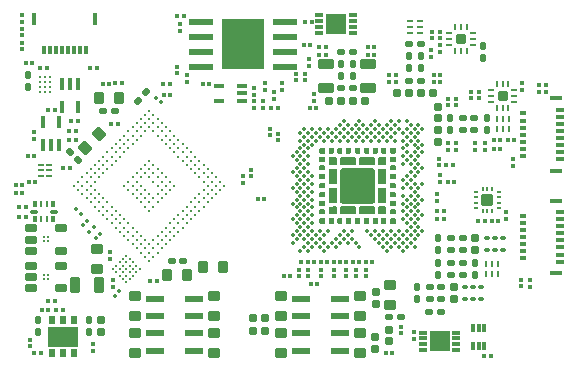
<source format=gbp>
G04*
G04 #@! TF.GenerationSoftware,Altium Limited,Altium Designer,19.1.6 (110)*
G04*
G04 Layer_Color=128*
%FSLAX44Y44*%
%MOMM*%
G71*
G01*
G75*
%ADD24R,0.3500X0.3000*%
%ADD34C,0.2000*%
G04:AMPARAMS|DCode=40|XSize=0.5mm|YSize=0.6mm|CornerRadius=0.05mm|HoleSize=0mm|Usage=FLASHONLY|Rotation=90.000|XOffset=0mm|YOffset=0mm|HoleType=Round|Shape=RoundedRectangle|*
%AMROUNDEDRECTD40*
21,1,0.5000,0.5000,0,0,90.0*
21,1,0.4000,0.6000,0,0,90.0*
1,1,0.1000,0.2500,0.2000*
1,1,0.1000,0.2500,-0.2000*
1,1,0.1000,-0.2500,-0.2000*
1,1,0.1000,-0.2500,0.2000*
%
%ADD40ROUNDEDRECTD40*%
G04:AMPARAMS|DCode=47|XSize=0.6mm|YSize=0.6mm|CornerRadius=0.06mm|HoleSize=0mm|Usage=FLASHONLY|Rotation=0.000|XOffset=0mm|YOffset=0mm|HoleType=Round|Shape=RoundedRectangle|*
%AMROUNDEDRECTD47*
21,1,0.6000,0.4800,0,0,0.0*
21,1,0.4800,0.6000,0,0,0.0*
1,1,0.1200,0.2400,-0.2400*
1,1,0.1200,-0.2400,-0.2400*
1,1,0.1200,-0.2400,0.2400*
1,1,0.1200,0.2400,0.2400*
%
%ADD47ROUNDEDRECTD47*%
%ADD48R,0.3000X0.3500*%
G04:AMPARAMS|DCode=49|XSize=1.3mm|YSize=0.8mm|CornerRadius=0.1mm|HoleSize=0mm|Usage=FLASHONLY|Rotation=90.000|XOffset=0mm|YOffset=0mm|HoleType=Round|Shape=RoundedRectangle|*
%AMROUNDEDRECTD49*
21,1,1.3000,0.6000,0,0,90.0*
21,1,1.1000,0.8000,0,0,90.0*
1,1,0.2000,0.3000,0.5500*
1,1,0.2000,0.3000,-0.5500*
1,1,0.2000,-0.3000,-0.5500*
1,1,0.2000,-0.3000,0.5500*
%
%ADD49ROUNDEDRECTD49*%
G04:AMPARAMS|DCode=50|XSize=0.3mm|YSize=0.35mm|CornerRadius=0mm|HoleSize=0mm|Usage=FLASHONLY|Rotation=45.000|XOffset=0mm|YOffset=0mm|HoleType=Round|Shape=Rectangle|*
%AMROTATEDRECTD50*
4,1,4,0.0177,-0.2298,-0.2298,0.0177,-0.0177,0.2298,0.2298,-0.0177,0.0177,-0.2298,0.0*
%
%ADD50ROTATEDRECTD50*%

G04:AMPARAMS|DCode=51|XSize=0.6mm|YSize=0.6mm|CornerRadius=0.06mm|HoleSize=0mm|Usage=FLASHONLY|Rotation=270.000|XOffset=0mm|YOffset=0mm|HoleType=Round|Shape=RoundedRectangle|*
%AMROUNDEDRECTD51*
21,1,0.6000,0.4800,0,0,270.0*
21,1,0.4800,0.6000,0,0,270.0*
1,1,0.1200,-0.2400,-0.2400*
1,1,0.1200,-0.2400,0.2400*
1,1,0.1200,0.2400,0.2400*
1,1,0.1200,0.2400,-0.2400*
%
%ADD51ROUNDEDRECTD51*%
G04:AMPARAMS|DCode=52|XSize=1mm|YSize=0.9mm|CornerRadius=0.1125mm|HoleSize=0mm|Usage=FLASHONLY|Rotation=270.000|XOffset=0mm|YOffset=0mm|HoleType=Round|Shape=RoundedRectangle|*
%AMROUNDEDRECTD52*
21,1,1.0000,0.6750,0,0,270.0*
21,1,0.7750,0.9000,0,0,270.0*
1,1,0.2250,-0.3375,-0.3875*
1,1,0.2250,-0.3375,0.3875*
1,1,0.2250,0.3375,0.3875*
1,1,0.2250,0.3375,-0.3875*
%
%ADD52ROUNDEDRECTD52*%
G04:AMPARAMS|DCode=53|XSize=1mm|YSize=0.9mm|CornerRadius=0.1125mm|HoleSize=0mm|Usage=FLASHONLY|Rotation=180.000|XOffset=0mm|YOffset=0mm|HoleType=Round|Shape=RoundedRectangle|*
%AMROUNDEDRECTD53*
21,1,1.0000,0.6750,0,0,180.0*
21,1,0.7750,0.9000,0,0,180.0*
1,1,0.2250,-0.3875,0.3375*
1,1,0.2250,0.3875,0.3375*
1,1,0.2250,0.3875,-0.3375*
1,1,0.2250,-0.3875,-0.3375*
%
%ADD53ROUNDEDRECTD53*%
G04:AMPARAMS|DCode=55|XSize=0.5mm|YSize=0.6mm|CornerRadius=0.05mm|HoleSize=0mm|Usage=FLASHONLY|Rotation=180.000|XOffset=0mm|YOffset=0mm|HoleType=Round|Shape=RoundedRectangle|*
%AMROUNDEDRECTD55*
21,1,0.5000,0.5000,0,0,180.0*
21,1,0.4000,0.6000,0,0,180.0*
1,1,0.1000,-0.2000,0.2500*
1,1,0.1000,0.2000,0.2500*
1,1,0.1000,0.2000,-0.2500*
1,1,0.1000,-0.2000,-0.2500*
%
%ADD55ROUNDEDRECTD55*%
G04:AMPARAMS|DCode=56|XSize=0.3mm|YSize=0.35mm|CornerRadius=0mm|HoleSize=0mm|Usage=FLASHONLY|Rotation=315.000|XOffset=0mm|YOffset=0mm|HoleType=Round|Shape=Rectangle|*
%AMROTATEDRECTD56*
4,1,4,-0.2298,-0.0177,0.0177,0.2298,0.2298,0.0177,-0.0177,-0.2298,-0.2298,-0.0177,0.0*
%
%ADD56ROTATEDRECTD56*%

%ADD57R,0.5000X0.7000*%
%ADD58R,2.5000X1.7000*%
G04:AMPARAMS|DCode=62|XSize=1mm|YSize=1mm|CornerRadius=0.15mm|HoleSize=0mm|Usage=FLASHONLY|Rotation=180.000|XOffset=0mm|YOffset=0mm|HoleType=Round|Shape=RoundedRectangle|*
%AMROUNDEDRECTD62*
21,1,1.0000,0.7000,0,0,180.0*
21,1,0.7000,1.0000,0,0,180.0*
1,1,0.3000,-0.3500,0.3500*
1,1,0.3000,0.3500,0.3500*
1,1,0.3000,0.3500,-0.3500*
1,1,0.3000,-0.3500,-0.3500*
%
%ADD62ROUNDEDRECTD62*%
%ADD63R,0.2000X0.3950*%
%ADD64R,0.3950X0.2000*%
G04:AMPARAMS|DCode=65|XSize=0.25mm|YSize=0.55mm|CornerRadius=0.0625mm|HoleSize=0mm|Usage=FLASHONLY|Rotation=0.000|XOffset=0mm|YOffset=0mm|HoleType=Round|Shape=RoundedRectangle|*
%AMROUNDEDRECTD65*
21,1,0.2500,0.4250,0,0,0.0*
21,1,0.1250,0.5500,0,0,0.0*
1,1,0.1250,0.0625,-0.2125*
1,1,0.1250,-0.0625,-0.2125*
1,1,0.1250,-0.0625,0.2125*
1,1,0.1250,0.0625,0.2125*
%
%ADD65ROUNDEDRECTD65*%
G04:AMPARAMS|DCode=67|XSize=0.5mm|YSize=0.6mm|CornerRadius=0.05mm|HoleSize=0mm|Usage=FLASHONLY|Rotation=45.000|XOffset=0mm|YOffset=0mm|HoleType=Round|Shape=RoundedRectangle|*
%AMROUNDEDRECTD67*
21,1,0.5000,0.5000,0,0,45.0*
21,1,0.4000,0.6000,0,0,45.0*
1,1,0.1000,0.3182,-0.0354*
1,1,0.1000,0.0354,-0.3182*
1,1,0.1000,-0.3182,0.0354*
1,1,0.1000,-0.0354,0.3182*
%
%ADD67ROUNDEDRECTD67*%
%ADD140C,0.3500*%
G04:AMPARAMS|DCode=144|XSize=0.55mm|YSize=2.1mm|CornerRadius=0.1375mm|HoleSize=0mm|Usage=FLASHONLY|Rotation=90.000|XOffset=0mm|YOffset=0mm|HoleType=Round|Shape=RoundedRectangle|*
%AMROUNDEDRECTD144*
21,1,0.5500,1.8250,0,0,90.0*
21,1,0.2750,2.1000,0,0,90.0*
1,1,0.2750,0.9125,0.1375*
1,1,0.2750,0.9125,-0.1375*
1,1,0.2750,-0.9125,-0.1375*
1,1,0.2750,-0.9125,0.1375*
%
%ADD144ROUNDEDRECTD144*%
%ADD145R,3.6000X4.2000*%
%ADD146R,0.2000X0.2000*%
%ADD147R,1.7000X1.7000*%
%ADD148R,0.6500X0.3000*%
%ADD149R,0.5250X0.2500*%
G04:AMPARAMS|DCode=150|XSize=0.65mm|YSize=0.35mm|CornerRadius=0.0875mm|HoleSize=0mm|Usage=FLASHONLY|Rotation=180.000|XOffset=0mm|YOffset=0mm|HoleType=Round|Shape=RoundedRectangle|*
%AMROUNDEDRECTD150*
21,1,0.6500,0.1750,0,0,180.0*
21,1,0.4750,0.3500,0,0,180.0*
1,1,0.1750,-0.2375,0.0875*
1,1,0.1750,0.2375,0.0875*
1,1,0.1750,0.2375,-0.0875*
1,1,0.1750,-0.2375,-0.0875*
%
%ADD150ROUNDEDRECTD150*%
G04:AMPARAMS|DCode=151|XSize=0.55mm|YSize=0.3mm|CornerRadius=0.075mm|HoleSize=0mm|Usage=FLASHONLY|Rotation=270.000|XOffset=0mm|YOffset=0mm|HoleType=Round|Shape=RoundedRectangle|*
%AMROUNDEDRECTD151*
21,1,0.5500,0.1500,0,0,270.0*
21,1,0.4000,0.3000,0,0,270.0*
1,1,0.1500,-0.0750,-0.2000*
1,1,0.1500,-0.0750,0.2000*
1,1,0.1500,0.0750,0.2000*
1,1,0.1500,0.0750,-0.2000*
%
%ADD151ROUNDEDRECTD151*%
G04:AMPARAMS|DCode=152|XSize=0.55mm|YSize=0.25mm|CornerRadius=0.0625mm|HoleSize=0mm|Usage=FLASHONLY|Rotation=270.000|XOffset=0mm|YOffset=0mm|HoleType=Round|Shape=RoundedRectangle|*
%AMROUNDEDRECTD152*
21,1,0.5500,0.1250,0,0,270.0*
21,1,0.4250,0.2500,0,0,270.0*
1,1,0.1250,-0.0625,-0.2125*
1,1,0.1250,-0.0625,0.2125*
1,1,0.1250,0.0625,0.2125*
1,1,0.1250,0.0625,-0.2125*
%
%ADD152ROUNDEDRECTD152*%
%ADD153C,0.2500*%
%ADD154R,0.3000X0.7000*%
%ADD155R,0.4000X1.0000*%
%ADD156R,0.5000X0.3000*%
%ADD157R,0.7000X0.3000*%
%ADD158R,1.0000X0.3500*%
G04:AMPARAMS|DCode=159|XSize=1.6mm|YSize=0.5mm|CornerRadius=0.075mm|HoleSize=0mm|Usage=FLASHONLY|Rotation=0.000|XOffset=0mm|YOffset=0mm|HoleType=Round|Shape=RoundedRectangle|*
%AMROUNDEDRECTD159*
21,1,1.6000,0.3500,0,0,0.0*
21,1,1.4500,0.5000,0,0,0.0*
1,1,0.1500,0.7250,-0.1750*
1,1,0.1500,-0.7250,-0.1750*
1,1,0.1500,-0.7250,0.1750*
1,1,0.1500,0.7250,0.1750*
%
%ADD159ROUNDEDRECTD159*%
G04:AMPARAMS|DCode=160|XSize=1.3mm|YSize=0.8mm|CornerRadius=0.1mm|HoleSize=0mm|Usage=FLASHONLY|Rotation=0.000|XOffset=0mm|YOffset=0mm|HoleType=Round|Shape=RoundedRectangle|*
%AMROUNDEDRECTD160*
21,1,1.3000,0.6000,0,0,0.0*
21,1,1.1000,0.8000,0,0,0.0*
1,1,0.2000,0.5500,-0.3000*
1,1,0.2000,-0.5500,-0.3000*
1,1,0.2000,-0.5500,0.3000*
1,1,0.2000,0.5500,0.3000*
%
%ADD160ROUNDEDRECTD160*%
G04:AMPARAMS|DCode=161|XSize=0.2mm|YSize=0.45mm|CornerRadius=0.03mm|HoleSize=0mm|Usage=FLASHONLY|Rotation=90.000|XOffset=0mm|YOffset=0mm|HoleType=Round|Shape=RoundedRectangle|*
%AMROUNDEDRECTD161*
21,1,0.2000,0.3900,0,0,90.0*
21,1,0.1400,0.4500,0,0,90.0*
1,1,0.0600,0.1950,0.0700*
1,1,0.0600,0.1950,-0.0700*
1,1,0.0600,-0.1950,-0.0700*
1,1,0.0600,-0.1950,0.0700*
%
%ADD161ROUNDEDRECTD161*%
G04:AMPARAMS|DCode=162|XSize=0.2mm|YSize=0.45mm|CornerRadius=0.03mm|HoleSize=0mm|Usage=FLASHONLY|Rotation=0.000|XOffset=0mm|YOffset=0mm|HoleType=Round|Shape=RoundedRectangle|*
%AMROUNDEDRECTD162*
21,1,0.2000,0.3900,0,0,0.0*
21,1,0.1400,0.4500,0,0,0.0*
1,1,0.0600,0.0700,-0.1950*
1,1,0.0600,-0.0700,-0.1950*
1,1,0.0600,-0.0700,0.1950*
1,1,0.0600,0.0700,0.1950*
%
%ADD162ROUNDEDRECTD162*%
G04:AMPARAMS|DCode=163|XSize=0.8mm|YSize=0.8mm|CornerRadius=0.12mm|HoleSize=0mm|Usage=FLASHONLY|Rotation=180.000|XOffset=0mm|YOffset=0mm|HoleType=Round|Shape=RoundedRectangle|*
%AMROUNDEDRECTD163*
21,1,0.8000,0.5600,0,0,180.0*
21,1,0.5600,0.8000,0,0,180.0*
1,1,0.2400,-0.2800,0.2800*
1,1,0.2400,0.2800,0.2800*
1,1,0.2400,0.2800,-0.2800*
1,1,0.2400,-0.2800,-0.2800*
%
%ADD163ROUNDEDRECTD163*%
G04:AMPARAMS|DCode=164|XSize=0.45mm|YSize=0.35mm|CornerRadius=0.0525mm|HoleSize=0mm|Usage=FLASHONLY|Rotation=180.000|XOffset=0mm|YOffset=0mm|HoleType=Round|Shape=RoundedRectangle|*
%AMROUNDEDRECTD164*
21,1,0.4500,0.2450,0,0,180.0*
21,1,0.3450,0.3500,0,0,180.0*
1,1,0.1050,-0.1725,0.1225*
1,1,0.1050,0.1725,0.1225*
1,1,0.1050,0.1725,-0.1225*
1,1,0.1050,-0.1725,-0.1225*
%
%ADD164ROUNDEDRECTD164*%
%ADD166R,0.3600X1.0000*%
G04:AMPARAMS|DCode=167|XSize=0.3mm|YSize=0.7mm|CornerRadius=0.075mm|HoleSize=0mm|Usage=FLASHONLY|Rotation=180.000|XOffset=0mm|YOffset=0mm|HoleType=Round|Shape=RoundedRectangle|*
%AMROUNDEDRECTD167*
21,1,0.3000,0.5500,0,0,180.0*
21,1,0.1500,0.7000,0,0,180.0*
1,1,0.1500,-0.0750,0.2750*
1,1,0.1500,0.0750,0.2750*
1,1,0.1500,0.0750,-0.2750*
1,1,0.1500,-0.0750,-0.2750*
%
%ADD167ROUNDEDRECTD167*%
%ADD168R,0.9500X0.3600*%
G04:AMPARAMS|DCode=169|XSize=1mm|YSize=0.9mm|CornerRadius=0.1125mm|HoleSize=0mm|Usage=FLASHONLY|Rotation=315.000|XOffset=0mm|YOffset=0mm|HoleType=Round|Shape=RoundedRectangle|*
%AMROUNDEDRECTD169*
21,1,1.0000,0.6750,0,0,315.0*
21,1,0.7750,0.9000,0,0,315.0*
1,1,0.2250,0.0354,-0.5127*
1,1,0.2250,-0.5127,0.0354*
1,1,0.2250,-0.0354,0.5127*
1,1,0.2250,0.5127,-0.0354*
%
%ADD169ROUNDEDRECTD169*%
G04:AMPARAMS|DCode=170|XSize=0.5mm|YSize=0.6mm|CornerRadius=0.05mm|HoleSize=0mm|Usage=FLASHONLY|Rotation=135.000|XOffset=0mm|YOffset=0mm|HoleType=Round|Shape=RoundedRectangle|*
%AMROUNDEDRECTD170*
21,1,0.5000,0.5000,0,0,135.0*
21,1,0.4000,0.6000,0,0,135.0*
1,1,0.1000,0.0354,0.3182*
1,1,0.1000,0.3182,0.0354*
1,1,0.1000,-0.0354,-0.3182*
1,1,0.1000,-0.3182,-0.0354*
%
%ADD170ROUNDEDRECTD170*%
G04:AMPARAMS|DCode=171|XSize=0.25mm|YSize=0.55mm|CornerRadius=0.0625mm|HoleSize=0mm|Usage=FLASHONLY|Rotation=90.000|XOffset=0mm|YOffset=0mm|HoleType=Round|Shape=RoundedRectangle|*
%AMROUNDEDRECTD171*
21,1,0.2500,0.4250,0,0,90.0*
21,1,0.1250,0.5500,0,0,90.0*
1,1,0.1250,0.2125,0.0625*
1,1,0.1250,0.2125,-0.0625*
1,1,0.1250,-0.2125,-0.0625*
1,1,0.1250,-0.2125,0.0625*
%
%ADD171ROUNDEDRECTD171*%
G04:AMPARAMS|DCode=172|XSize=0.6mm|YSize=1mm|CornerRadius=0.075mm|HoleSize=0mm|Usage=FLASHONLY|Rotation=90.000|XOffset=0mm|YOffset=0mm|HoleType=Round|Shape=RoundedRectangle|*
%AMROUNDEDRECTD172*
21,1,0.6000,0.8500,0,0,90.0*
21,1,0.4500,1.0000,0,0,90.0*
1,1,0.1500,0.4250,0.2250*
1,1,0.1500,0.4250,-0.2250*
1,1,0.1500,-0.4250,-0.2250*
1,1,0.1500,-0.4250,0.2250*
%
%ADD172ROUNDEDRECTD172*%
G36*
X269898Y180753D02*
X270097Y180753D01*
X270466Y180601D01*
X270747Y180319D01*
X270899Y179951D01*
X270899Y179752D01*
X270899D01*
X270898Y176752D01*
X270898Y176553D01*
X270745Y176187D01*
X270465Y175906D01*
X270098Y175754D01*
X269899Y175754D01*
X269900Y175754D01*
X267647Y175754D01*
X267449Y175754D01*
X267081Y175906D01*
X266800Y176188D01*
X266647Y176555D01*
X266647Y176754D01*
X266647Y176754D01*
X266647Y179751D01*
Y179951D01*
X266800Y180319D01*
X267082Y180601D01*
X267450Y180754D01*
X267650Y180753D01*
X267650Y180754D01*
X269898Y180753D01*
D02*
G37*
G36*
X314394Y180751D02*
X314594Y180751D01*
X314962Y180599D01*
X315244Y180317D01*
X315397Y179948D01*
Y179749D01*
X315397Y176752D01*
X315397Y176752D01*
X315397Y176553D01*
X315245Y176186D01*
X314963Y175904D01*
X314596Y175752D01*
X314396Y175751D01*
X312145Y175752D01*
X312145Y175752D01*
X311946Y175752D01*
X311579Y175904D01*
X311299Y176185D01*
X311147Y176551D01*
X311146Y176750D01*
X311145Y179750D01*
X311145D01*
X311145Y179949D01*
X311297Y180317D01*
X311579Y180599D01*
X311947Y180751D01*
X312146Y180751D01*
X314394Y180751D01*
X314394Y180751D01*
D02*
G37*
G36*
X307147Y180747D02*
X307147Y180747D01*
X307345Y180747D01*
X307712Y180595D01*
X307993Y180315D01*
X308145Y179948D01*
X308145Y179749D01*
X308146Y176750D01*
X308146D01*
X308147Y176550D01*
X307994Y176182D01*
X307713Y175900D01*
X307344Y175748D01*
X307145Y175748D01*
X304897Y175748D01*
X304897Y175748D01*
X304698Y175748D01*
X304329Y175900D01*
X304047Y176182D01*
X303895Y176551D01*
Y176750D01*
X303894Y179747D01*
X303894Y179747D01*
X303894Y179946D01*
X304047Y180313D01*
X304328Y180595D01*
X304696Y180747D01*
X304895Y180748D01*
X307147Y180747D01*
D02*
G37*
G36*
X299895Y180746D02*
X299895Y180746D01*
X300094Y180746D01*
X300460Y180594D01*
X300741Y180314D01*
X300893Y179947D01*
X300894Y179749D01*
X300895Y176749D01*
X300895D01*
X300895Y176549D01*
X300743Y176181D01*
X300461Y175899D01*
X300093Y175747D01*
X299894Y175747D01*
X297646Y175747D01*
X297646Y175747D01*
X297446Y175747D01*
X297078Y175899D01*
X296796Y176181D01*
X296643Y176550D01*
Y176749D01*
X296643Y179746D01*
X296643Y179746D01*
X296643Y179945D01*
X296796Y180313D01*
X297077Y180594D01*
X297444Y180746D01*
X297643Y180747D01*
X299895Y180746D01*
D02*
G37*
G36*
X262398Y180750D02*
X262646Y180750D01*
X263105Y180560D01*
X263457Y180208D01*
X263647Y179749D01*
X263647Y179501D01*
X263647Y179501D01*
X263647Y177004D01*
X263647Y176755D01*
X263456Y176294D01*
X263103Y175941D01*
X262642Y175750D01*
X262393Y175751D01*
X262393Y175751D01*
X259898Y175750D01*
X259649Y175750D01*
X259189Y175941D01*
X258837Y176292D01*
X258647Y176752D01*
X258647Y177001D01*
X258647Y177001D01*
X258647Y179504D01*
Y179752D01*
X258837Y180210D01*
X259188Y180561D01*
X259646Y180751D01*
X259893Y180751D01*
X259893Y180751D01*
X262398Y180750D01*
D02*
G37*
G36*
X277348Y180750D02*
X277716Y180597D01*
X277997Y180316D01*
X278150Y179948D01*
X278150Y179749D01*
X278150Y179749D01*
X278150Y176752D01*
Y176553D01*
X277997Y176185D01*
X277715Y175903D01*
X277346Y175750D01*
X277147Y175750D01*
X277147D01*
X274899Y175750D01*
X274700Y175750D01*
X274331Y175902D01*
X274050Y176184D01*
X273897Y176553D01*
X273898Y176752D01*
X273898D01*
X273899Y179752D01*
X273899Y179950D01*
X274051Y180317D01*
X274332Y180597D01*
X274699Y180749D01*
X274897Y180749D01*
X274897Y180749D01*
X277149Y180750D01*
X277348Y180750D01*
D02*
G37*
G36*
X284600Y180749D02*
X284967Y180596D01*
X285249Y180315D01*
X285401Y179947D01*
X285401Y179748D01*
X285401Y179748D01*
X285401Y176751D01*
Y176552D01*
X285248Y176184D01*
X284966Y175902D01*
X284598Y175749D01*
X284398Y175749D01*
X284398Y175749D01*
X282150Y175749D01*
X281951Y175749D01*
X281583Y175902D01*
X281301Y176183D01*
X281149Y176552D01*
X281149Y176751D01*
X281150Y179751D01*
X281151Y179949D01*
X281303Y180316D01*
X281583Y180596D01*
X281950Y180748D01*
X282149Y180748D01*
X282149Y180749D01*
X284401Y180749D01*
X284600Y180749D01*
D02*
G37*
G36*
X322148Y180748D02*
X322396Y180748D01*
X322856Y180558D01*
X323207Y180206D01*
X323397Y179747D01*
X323397Y179498D01*
X323397Y179499D01*
X323397Y177002D01*
X323397Y176752D01*
X323206Y176292D01*
X322854Y175939D01*
X322393Y175748D01*
X322143Y175748D01*
X322143Y175748D01*
X319648Y175748D01*
X319399Y175748D01*
X318939Y175938D01*
X318588Y176290D01*
X318397Y176750D01*
X318397Y176999D01*
X318397Y176999D01*
X318398Y179502D01*
Y179750D01*
X318587Y180208D01*
X318938Y180558D01*
X319396Y180748D01*
X319644Y180748D01*
X319644Y180749D01*
X322148Y180748D01*
D02*
G37*
G36*
X292351Y180748D02*
X292719Y180595D01*
X293000Y180314D01*
X293152Y179946D01*
X293152Y179747D01*
X293153Y179747D01*
X293152Y176751D01*
Y176551D01*
X293000Y176183D01*
X292718Y175901D01*
X292349Y175748D01*
X292150Y175748D01*
X292150Y175748D01*
X289902Y175748D01*
X289702Y175748D01*
X289334Y175900D01*
X289052Y176182D01*
X288900Y176551D01*
X288900Y176750D01*
X288900D01*
X288902Y179750D01*
X288902Y179948D01*
X289054Y180315D01*
X289335Y180595D01*
X289702Y180747D01*
X289900Y180748D01*
X289900Y180748D01*
X292152Y180748D01*
X292351Y180748D01*
D02*
G37*
G36*
X262645Y173001D02*
X262845Y173000D01*
X263212Y172848D01*
X263494Y172567D01*
X263646Y172199D01*
X263646Y172000D01*
X263646Y169748D01*
X263646Y169748D01*
X263646Y169550D01*
X263494Y169183D01*
X263213Y168902D01*
X262847Y168750D01*
X262648Y168750D01*
X259648Y168748D01*
X259648Y168748D01*
X259449Y168748D01*
X259081Y168900D01*
X258799Y169182D01*
X258646Y169550D01*
X258647Y169750D01*
X258646Y171998D01*
X258646Y171998D01*
X258646Y172197D01*
X258799Y172566D01*
X259081Y172848D01*
X259449Y173000D01*
X259649D01*
X262646Y173001D01*
X262645Y173001D01*
D02*
G37*
G36*
X322396Y172998D02*
X322595Y172998D01*
X322962Y172846D01*
X323244Y172564D01*
X323396Y172197D01*
X323396Y171998D01*
X323396Y169746D01*
X323396Y169746D01*
X323396Y169547D01*
X323244Y169181D01*
X322963Y168900D01*
X322597Y168748D01*
X322398Y168748D01*
X319398Y168746D01*
X319398Y168746D01*
X319199Y168746D01*
X318831Y168898D01*
X318549Y169180D01*
X318397Y169548D01*
X318397Y169747D01*
X318396Y171996D01*
X318397Y171996D01*
X318396Y172195D01*
X318549Y172563D01*
X318831Y172845D01*
X319200Y172998D01*
X319399D01*
X322396Y172998D01*
X322396Y172998D01*
D02*
G37*
G36*
X293500Y172705D02*
X304500Y172705D01*
X304500Y172705D01*
X304699Y172705D01*
X305067Y172553D01*
X305348Y172271D01*
X305500Y171904D01*
X305500Y171705D01*
X305500Y166955D01*
X305500Y166955D01*
X305500Y166756D01*
X305348Y166388D01*
X305066Y166107D01*
X304699Y165955D01*
X304500Y165955D01*
X293500Y165955D01*
X293500Y165956D01*
X293301Y165955D01*
X292934Y166107D01*
X292652Y166388D01*
X292500Y166756D01*
X292500Y166955D01*
X292500Y171705D01*
Y171705D01*
X292500Y171904D01*
X292652Y172272D01*
X292934Y172553D01*
X293301Y172705D01*
X293500Y172705D01*
D02*
G37*
G36*
X267750Y172706D02*
X272500Y172706D01*
X272500Y172706D01*
X272699Y172706D01*
X273067Y172554D01*
X273349Y172273D01*
X273501Y171906D01*
X273501Y171707D01*
X273501Y166957D01*
X273501Y166957D01*
X273501Y166758D01*
X273349Y166391D01*
X273067Y166110D01*
X272700Y165958D01*
X272501Y165958D01*
X267751Y165957D01*
X267751Y165957D01*
X267552Y165957D01*
X267185Y166109D01*
X266903Y166390D01*
X266751Y166758D01*
X266751Y166957D01*
X266751Y171707D01*
X266751Y171707D01*
X266751Y171906D01*
X266903Y172273D01*
X267184Y172554D01*
X267552Y172706D01*
X267750Y172706D01*
D02*
G37*
G36*
X309499Y172705D02*
X314249Y172705D01*
X314249Y172705D01*
X314448Y172705D01*
X314816Y172554D01*
X315098Y172272D01*
X315250Y171905D01*
X315250Y171706D01*
X315250Y166956D01*
X315250Y166956D01*
X315250Y166758D01*
X315098Y166390D01*
X314816Y166109D01*
X314449Y165957D01*
X314250Y165956D01*
X309500Y165956D01*
X309500Y165956D01*
X309301Y165956D01*
X308934Y166108D01*
X308652Y166390D01*
X308500Y166757D01*
X308500Y166956D01*
X308500Y171706D01*
X308500Y171706D01*
X308500Y171905D01*
X308652Y172272D01*
X308933Y172553D01*
X309300Y172705D01*
X309499Y172705D01*
D02*
G37*
G36*
X289067Y172554D02*
X289348Y172272D01*
X289501Y171905D01*
X289501Y171706D01*
X289501Y171705D01*
X289500Y166955D01*
X289500Y166756D01*
X289348Y166389D01*
X289067Y166108D01*
X288700Y165956D01*
X288501Y165956D01*
X288501Y165956D01*
X277501Y165956D01*
X277302Y165956D01*
X276934Y166108D01*
X276653Y166389D01*
X276501Y166756D01*
X276500Y166955D01*
X276500Y166955D01*
X276501Y171705D01*
X276501Y171904D01*
X276653Y172272D01*
X276934Y172553D01*
X277302Y172705D01*
X277500Y172705D01*
X277500Y172705D01*
X288500Y172705D01*
X288699Y172706D01*
X289067Y172554D01*
D02*
G37*
G36*
X263216Y165598D02*
X263498Y165316D01*
X263650Y164948D01*
X263650Y164749D01*
X263650Y162501D01*
X263650Y162500D01*
X263650Y162301D01*
X263497Y161933D01*
X263215Y161651D01*
X262847Y161498D01*
X262647D01*
X259651Y161498D01*
X259651Y161498D01*
X259452Y161498D01*
X259084Y161650D01*
X258803Y161932D01*
X258650Y162299D01*
X258650Y162498D01*
X258650Y164750D01*
X258651Y164750D01*
X258651Y164949D01*
X258803Y165315D01*
X259083Y165596D01*
X259450Y165748D01*
X259648Y165748D01*
X262648Y165750D01*
X262648Y165750D01*
X262847Y165750D01*
X263216Y165598D01*
D02*
G37*
G36*
X322966Y165596D02*
X323248Y165314D01*
X323400Y164946D01*
X323400Y164746D01*
X323400Y162498D01*
X323400Y162498D01*
X323400Y162299D01*
X323248Y161930D01*
X322966Y161648D01*
X322597Y161496D01*
X322398D01*
X319401Y161495D01*
X319401Y161495D01*
X319202Y161496D01*
X318834Y161648D01*
X318553Y161929D01*
X318400Y162297D01*
X318400Y162496D01*
X318401Y164748D01*
X318401Y164748D01*
X318401Y164946D01*
X318553Y165313D01*
X318833Y165594D01*
X319200Y165746D01*
X319398Y165746D01*
X322398Y165748D01*
X322398Y165748D01*
X322598Y165748D01*
X322966Y165596D01*
D02*
G37*
G36*
X314816Y162803D02*
X315098Y162521D01*
X315250Y162154D01*
X315250Y161955D01*
X315249Y150955D01*
X315249Y150955D01*
X315249Y150756D01*
X315097Y150388D01*
X314816Y150107D01*
X314448Y149955D01*
X314249Y149955D01*
X309499Y149955D01*
X309499Y149955D01*
X309300Y149955D01*
X308933Y150107D01*
X308652Y150389D01*
X308500Y150756D01*
X308500Y150955D01*
X308500Y161955D01*
X308500Y161955D01*
X308500Y162154D01*
X308652Y162521D01*
X308933Y162803D01*
X309300Y162955D01*
X309499Y162955D01*
X314250Y162955D01*
X314250Y162955D01*
X314449Y162955D01*
X314816Y162803D01*
D02*
G37*
G36*
X272501Y162956D02*
X272700Y162956D01*
X273067Y162803D01*
X273348Y162522D01*
X273500Y162154D01*
X273500Y161955D01*
X273500Y150955D01*
X273500Y150955D01*
X273500Y150756D01*
X273348Y150389D01*
X273067Y150108D01*
X272699Y149956D01*
X272500Y149956D01*
X267750Y149956D01*
X267750D01*
X267551Y149956D01*
X267183Y150108D01*
X266902Y150389D01*
X266750Y150757D01*
X266750Y150956D01*
X266750Y161956D01*
Y161956D01*
X266751Y162155D01*
X266903Y162522D01*
X267184Y162803D01*
X267551Y162955D01*
X267750Y162956D01*
X272501Y162956D01*
X272501Y162956D01*
D02*
G37*
G36*
X263217Y158347D02*
X263498Y158065D01*
X263651Y157697D01*
X263651Y157497D01*
X263651Y155249D01*
X263651Y155249D01*
X263651Y155050D01*
X263498Y154681D01*
X263216Y154399D01*
X262848Y154247D01*
X262648D01*
X259652Y154246D01*
X259652Y154247D01*
X259453Y154247D01*
X259085Y154399D01*
X258804Y154680D01*
X258651Y155048D01*
X258651Y155247D01*
X258651Y157499D01*
X258652Y157499D01*
X258652Y157697D01*
X258804Y158064D01*
X259084Y158345D01*
X259451Y158497D01*
X259649Y158497D01*
X262649Y158499D01*
X262649Y158499D01*
X262848Y158499D01*
X263217Y158347D01*
D02*
G37*
G36*
X322967Y158344D02*
X323249Y158063D01*
X323401Y157694D01*
X323401Y157495D01*
X323401Y155247D01*
X323401Y155247D01*
X323401Y155048D01*
X323248Y154679D01*
X322966Y154397D01*
X322598Y154244D01*
X322399D01*
X319402Y154244D01*
X319402Y154244D01*
X319203Y154244D01*
X318835Y154397D01*
X318554Y154678D01*
X318401Y155046D01*
X318401Y155245D01*
X318402Y157497D01*
X318402Y157497D01*
X318402Y157695D01*
X318554Y158062D01*
X318834Y158343D01*
X319201Y158495D01*
X319399Y158495D01*
X322399Y158496D01*
X322399Y158496D01*
X322598Y158497D01*
X322967Y158344D01*
D02*
G37*
G36*
X314816Y146803D02*
X315098Y146522D01*
X315250Y146154D01*
X315250Y145955D01*
X315249Y134955D01*
X315249Y134955D01*
X315249Y134756D01*
X315097Y134389D01*
X314816Y134108D01*
X314448Y133955D01*
X314249Y133955D01*
X309499Y133955D01*
X309499Y133955D01*
X309300Y133955D01*
X308933Y134108D01*
X308652Y134389D01*
X308500Y134757D01*
X308500Y134955D01*
X308500Y145955D01*
X308500Y145955D01*
X308500Y146154D01*
X308652Y146522D01*
X308933Y146803D01*
X309300Y146955D01*
X309499Y146955D01*
X314250Y146955D01*
X314250Y146955D01*
X314449Y146955D01*
X314816Y146803D01*
D02*
G37*
G36*
X262647Y150756D02*
X262847D01*
X263215Y150603D01*
X263497Y150321D01*
X263650Y149953D01*
X263650Y149753D01*
X263650Y149753D01*
X263649Y147505D01*
X263650Y147306D01*
X263497Y146938D01*
X263215Y146656D01*
X262847Y146503D01*
X262648Y146504D01*
X262648Y146504D01*
X259648Y146505D01*
X259449Y146505D01*
X259083Y146658D01*
X258802Y146938D01*
X258650Y147305D01*
X258650Y147504D01*
X258650Y147503D01*
X258650Y149755D01*
X258650Y149954D01*
X258802Y150322D01*
X259084Y150603D01*
X259452Y150756D01*
X259650Y150756D01*
X259650Y150756D01*
X262647Y150756D01*
D02*
G37*
G36*
X322397Y150753D02*
X322597D01*
X322965Y150601D01*
X323247Y150319D01*
X323400Y149950D01*
X323400Y149751D01*
X323400Y149751D01*
X323400Y147503D01*
X323400Y147303D01*
X323247Y146935D01*
X322966Y146653D01*
X322597Y146501D01*
X322398Y146502D01*
X322398Y146502D01*
X319398Y146503D01*
X319200Y146503D01*
X318833Y146655D01*
X318552Y146936D01*
X318400Y147303D01*
X318400Y147501D01*
X318400Y147501D01*
X318400Y149753D01*
X318400Y149952D01*
X318553Y150320D01*
X318834Y150601D01*
X319202Y150753D01*
X319401Y150754D01*
X319401Y150754D01*
X322397Y150753D01*
D02*
G37*
G36*
X272501Y146956D02*
X272700Y146956D01*
X273067Y146803D01*
X273348Y146522D01*
X273500Y146154D01*
X273500Y145955D01*
X273500Y134956D01*
X273500Y134955D01*
X273500Y134757D01*
X273348Y134389D01*
X273067Y134108D01*
X272699Y133956D01*
X272500Y133956D01*
X267750Y133956D01*
X267750D01*
X267551Y133956D01*
X267183Y134108D01*
X266902Y134389D01*
X266750Y134757D01*
X266750Y134956D01*
X266751Y145956D01*
Y145956D01*
X266751Y146155D01*
X266903Y146522D01*
X267184Y146804D01*
X267551Y146956D01*
X267750Y146956D01*
X272501Y146956D01*
X272501Y146956D01*
D02*
G37*
G36*
X262646Y143004D02*
X262846D01*
X263214Y142852D01*
X263496Y142570D01*
X263649Y142201D01*
X263649Y142002D01*
X263649Y142002D01*
X263648Y139754D01*
X263649Y139554D01*
X263496Y139186D01*
X263214Y138904D01*
X262846Y138752D01*
X262647Y138752D01*
X262647D01*
X259647Y138754D01*
X259449Y138754D01*
X259082Y138906D01*
X258801Y139187D01*
X258649Y139554D01*
X258649Y139752D01*
X258649Y139752D01*
X258649Y142004D01*
X258649Y142203D01*
X258801Y142571D01*
X259083Y142852D01*
X259451Y143005D01*
X259650Y143005D01*
X259649Y143005D01*
X262646Y143004D01*
D02*
G37*
G36*
X322397Y143002D02*
X322596D01*
X322964Y142850D01*
X323246Y142568D01*
X323399Y142199D01*
X323399Y142000D01*
X323399Y142000D01*
X323399Y139751D01*
X323399Y139552D01*
X323246Y139184D01*
X322965Y138902D01*
X322596Y138750D01*
X322397Y138750D01*
X322397D01*
X319397Y138752D01*
X319199Y138752D01*
X318832Y138904D01*
X318552Y139185D01*
X318400Y139551D01*
X318400Y139750D01*
X318399Y139750D01*
X318399Y142002D01*
X318399Y142201D01*
X318552Y142568D01*
X318833Y142850D01*
X319201Y143002D01*
X319400Y143002D01*
X319400Y143002D01*
X322397Y143002D01*
D02*
G37*
G36*
X303000Y163455D02*
X303597Y163455D01*
X304699Y162998D01*
X305543Y162154D01*
X306000Y161052D01*
X306000Y160455D01*
X306000Y160455D01*
X306000Y136455D01*
X306000Y135859D01*
X305543Y134756D01*
X304699Y133912D01*
X303597Y133455D01*
X303000Y133455D01*
X303000D01*
X279000Y133456D01*
X278403Y133455D01*
X277300Y133912D01*
X276456Y134756D01*
X276000Y135859D01*
X276000Y136455D01*
X276000Y136455D01*
X276000Y160455D01*
X276000Y161052D01*
X276457Y162154D01*
X277300Y162998D01*
X278403Y163455D01*
X279000Y163456D01*
X279000Y163456D01*
X303000Y163455D01*
D02*
G37*
G36*
X262645Y135753D02*
X262845D01*
X263213Y135601D01*
X263495Y135318D01*
X263648Y134950D01*
X263648Y134751D01*
X263648Y134750D01*
X263647Y132502D01*
X263648Y132303D01*
X263495Y131935D01*
X263214Y131653D01*
X262845Y131501D01*
X262646Y131501D01*
X262646Y131501D01*
X259646Y131503D01*
X259448Y131503D01*
X259081Y131655D01*
X258800Y131936D01*
X258648Y132303D01*
X258648Y132501D01*
X258648Y132501D01*
X258648Y134753D01*
X258648Y134952D01*
X258801Y135319D01*
X259082Y135601D01*
X259450Y135753D01*
X259649Y135753D01*
X259648Y135753D01*
X262645Y135753D01*
D02*
G37*
G36*
X322396Y135751D02*
X322595D01*
X322963Y135598D01*
X323245Y135316D01*
X323398Y134948D01*
X323398Y134748D01*
X323398Y134748D01*
X323398Y132500D01*
X323398Y132301D01*
X323246Y131933D01*
X322964Y131651D01*
X322595Y131499D01*
X322396Y131499D01*
X322396Y131499D01*
X319396Y131500D01*
X319198Y131501D01*
X318831Y131653D01*
X318551Y131933D01*
X318399Y132300D01*
X318399Y132499D01*
X318398Y132499D01*
X318398Y134750D01*
X318398Y134950D01*
X318551Y135317D01*
X318832Y135598D01*
X319200Y135751D01*
X319399Y135751D01*
X319399Y135751D01*
X322396Y135751D01*
D02*
G37*
G36*
X288500Y130955D02*
X288699Y130955D01*
X289066Y130803D01*
X289347Y130522D01*
X289499Y130155D01*
X289499Y129956D01*
X289500Y125205D01*
X289500Y125205D01*
X289500Y125006D01*
X289347Y124639D01*
X289066Y124358D01*
X288698Y124205D01*
X288499Y124206D01*
X277499Y124206D01*
X277499D01*
X277300Y124206D01*
X276933Y124358D01*
X276652Y124640D01*
X276500Y125007D01*
X276500Y125206D01*
X276499Y129956D01*
X276500Y129956D01*
X276500Y130155D01*
X276652Y130522D01*
X276933Y130803D01*
X277301Y130955D01*
X277500Y130955D01*
X288500Y130955D01*
X288500Y130955D01*
D02*
G37*
G36*
X304499Y130955D02*
X304698Y130955D01*
X305065Y130803D01*
X305347Y130522D01*
X305499Y130155D01*
X305499Y129956D01*
X305499Y129956D01*
X305499Y125205D01*
X305499Y125007D01*
X305347Y124639D01*
X305066Y124358D01*
X304698Y124206D01*
X304499Y124206D01*
X304499D01*
X293499Y124205D01*
X293300Y124205D01*
X292933Y124357D01*
X292651Y124639D01*
X292499Y125006D01*
X292499Y125205D01*
Y125205D01*
X292500Y129956D01*
X292499Y130154D01*
X292651Y130522D01*
X292932Y130803D01*
X293300Y130955D01*
X293499Y130955D01*
X293499Y130955D01*
X304499Y130955D01*
D02*
G37*
G36*
X314251Y130955D02*
X314449Y130955D01*
X314817Y130803D01*
X315098Y130522D01*
X315250Y130154D01*
X315250Y129956D01*
X315250Y125206D01*
X315250Y125206D01*
X315250Y125007D01*
X315098Y124639D01*
X314817Y124358D01*
X314449Y124205D01*
X314250Y124205D01*
X309501Y124205D01*
X309501D01*
X309302Y124205D01*
X308935Y124357D01*
X308654Y124639D01*
X308501Y125006D01*
X308501Y125205D01*
X308501Y129955D01*
X308501Y129955D01*
X308501Y130154D01*
X308653Y130521D01*
X308934Y130803D01*
X309301Y130955D01*
X309500Y130955D01*
X314250Y130955D01*
X314251Y130955D01*
D02*
G37*
G36*
X259646Y128503D02*
X259646Y128503D01*
X262646Y128501D01*
X262844Y128501D01*
X263211Y128349D01*
X263492Y128068D01*
X263643Y127701D01*
X263644Y127503D01*
X263644Y127503D01*
X263644Y125251D01*
X263644Y125052D01*
X263491Y124684D01*
X263210Y124403D01*
X262842Y124251D01*
X262643Y124250D01*
X262644Y124250D01*
X259647Y124251D01*
X259447D01*
X259079Y124403D01*
X258797Y124685D01*
X258644Y125054D01*
X258644Y125253D01*
X258644Y125253D01*
X258644Y127501D01*
X258644Y127701D01*
X258797Y128069D01*
X259079Y128351D01*
X259447Y128503D01*
X259646Y128503D01*
D02*
G37*
G36*
X319396Y128500D02*
X319396Y128500D01*
X322396Y128499D01*
X322595Y128499D01*
X322961Y128347D01*
X323242Y128066D01*
X323394Y127699D01*
X323394Y127501D01*
X323394Y127501D01*
X323394Y125249D01*
X323394Y125050D01*
X323242Y124682D01*
X322960Y124401D01*
X322593Y124248D01*
X322393Y124248D01*
X322394Y124248D01*
X319397Y124249D01*
X319197D01*
X318829Y124401D01*
X318547Y124683D01*
X318394Y125052D01*
X318394Y125251D01*
X318394Y125251D01*
X318395Y127499D01*
X318394Y127698D01*
X318547Y128067D01*
X318829Y128349D01*
X319197Y128501D01*
X319396Y128500D01*
D02*
G37*
G36*
X272499Y130954D02*
X272698Y130954D01*
X273066Y130802D01*
X273347Y130521D01*
X273500Y130154D01*
X273500Y129955D01*
X273500Y125205D01*
X273500Y125205D01*
X273500Y125006D01*
X273348Y124639D01*
X273067Y124357D01*
X272699Y124205D01*
X272500Y124205D01*
X267750Y124206D01*
X267750Y124206D01*
X267551Y124205D01*
X267184Y124357D01*
X266902Y124638D01*
X266750Y125006D01*
X266750Y125205D01*
X266749Y129955D01*
X266750Y130153D01*
X266902Y130520D01*
X267183Y130802D01*
X267551Y130954D01*
X267749Y130954D01*
X272500Y130955D01*
X272499Y130954D01*
D02*
G37*
G36*
X284398Y121256D02*
X284597Y121256D01*
X284966Y121103D01*
X285248Y120821D01*
X285401Y120453D01*
Y120253D01*
X285401Y117256D01*
X285401Y117256D01*
X285401Y117058D01*
X285248Y116690D01*
X284967Y116408D01*
X284599Y116256D01*
X284400Y116256D01*
X282148Y116256D01*
X282148Y116256D01*
X281950Y116256D01*
X281583Y116408D01*
X281303Y116689D01*
X281150Y117055D01*
X281150Y117254D01*
X281149Y120254D01*
X281149Y120254D01*
X281148Y120453D01*
X281301Y120821D01*
X281582Y121103D01*
X281951Y121256D01*
X282150Y121255D01*
X284398Y121256D01*
X284398Y121256D01*
D02*
G37*
G36*
X277147Y121255D02*
X277346Y121255D01*
X277715Y121102D01*
X277997Y120820D01*
X278149Y120452D01*
Y120252D01*
X278150Y117255D01*
X278150Y117256D01*
X278149Y117057D01*
X277997Y116689D01*
X277716Y116407D01*
X277348Y116255D01*
X277149Y116255D01*
X274897Y116255D01*
X274897Y116255D01*
X274699Y116255D01*
X274332Y116407D01*
X274051Y116688D01*
X273899Y117055D01*
X273899Y117253D01*
X273897Y120253D01*
X273897Y120253D01*
X273897Y120452D01*
X274049Y120820D01*
X274331Y121102D01*
X274699Y121255D01*
X274899Y121254D01*
X277147Y121255D01*
X277147Y121255D01*
D02*
G37*
G36*
X292142Y121254D02*
X292342Y121254D01*
X292710Y121102D01*
X292992Y120820D01*
X293144Y120452D01*
X293144Y120252D01*
X293144Y120253D01*
X293142Y117253D01*
X293142Y117054D01*
X292990Y116687D01*
X292709Y116407D01*
X292342Y116255D01*
X292144Y116255D01*
X292144Y116255D01*
X289892Y116254D01*
X289693Y116255D01*
X289325Y116407D01*
X289044Y116689D01*
X288892Y117056D01*
X288891Y117255D01*
X288891Y117255D01*
X288892Y120252D01*
Y120451D01*
X289044Y120820D01*
X289326Y121102D01*
X289695Y121254D01*
X289894Y121254D01*
X289894Y121254D01*
X292142Y121254D01*
D02*
G37*
G36*
X299894Y121253D02*
X300093Y121253D01*
X300461Y121101D01*
X300743Y120819D01*
X300895Y120451D01*
X300895Y120252D01*
X300895Y120252D01*
X300893Y117252D01*
X300893Y117053D01*
X300741Y116687D01*
X300460Y116406D01*
X300094Y116254D01*
X299895Y116254D01*
X299895Y116254D01*
X297643Y116253D01*
X297444Y116254D01*
X297077Y116406D01*
X296795Y116688D01*
X296643Y117055D01*
X296643Y117254D01*
X296643Y117254D01*
X296643Y120251D01*
Y120450D01*
X296796Y120819D01*
X297078Y121101D01*
X297446Y121253D01*
X297645Y121253D01*
X297645Y121253D01*
X299894Y121253D01*
D02*
G37*
G36*
X307145Y121252D02*
X307344Y121252D01*
X307712Y121100D01*
X307994Y120818D01*
X308146Y120450D01*
X308146Y120251D01*
X308146Y120251D01*
X308145Y117251D01*
X308144Y117052D01*
X307992Y116686D01*
X307712Y116405D01*
X307345Y116253D01*
X307146Y116253D01*
X307147Y116253D01*
X304895Y116253D01*
X304696Y116253D01*
X304328Y116405D01*
X304047Y116687D01*
X303894Y117054D01*
X303894Y117253D01*
X303894Y117253D01*
X303894Y120250D01*
Y120449D01*
X304047Y120818D01*
X304329Y121100D01*
X304697Y121252D01*
X304897Y121252D01*
X304897Y121253D01*
X307145Y121252D01*
D02*
G37*
G36*
X269899Y121251D02*
X269899Y121250D01*
X270098Y121250D01*
X270464Y121098D01*
X270745Y120818D01*
X270897Y120451D01*
X270897Y120253D01*
X270899Y117253D01*
X270899Y117253D01*
X270899Y117054D01*
X270747Y116685D01*
X270465Y116404D01*
X270097Y116251D01*
X269898Y116251D01*
X267650Y116251D01*
X267649Y116251D01*
X267450Y116251D01*
X267082Y116404D01*
X266800Y116686D01*
X266647Y117054D01*
Y117254D01*
X266647Y120250D01*
X266647Y120250D01*
X266647Y120449D01*
X266799Y120817D01*
X267081Y121098D01*
X267448Y121251D01*
X267647Y121251D01*
X269899Y121251D01*
D02*
G37*
G36*
X262397Y121250D02*
X262646Y121250D01*
X263105Y121060D01*
X263457Y120708D01*
X263647Y120249D01*
X263647Y120000D01*
X263647Y120001D01*
X263647Y117504D01*
X263647Y117254D01*
X263456Y116794D01*
X263103Y116441D01*
X262642Y116250D01*
X262393Y116250D01*
X262393Y116250D01*
X259897Y116250D01*
X259649Y116250D01*
X259189Y116440D01*
X258837Y116792D01*
X258647Y117252D01*
X258647Y117501D01*
X258647Y117501D01*
X258647Y120004D01*
Y120252D01*
X258837Y120710D01*
X259187Y121060D01*
X259645Y121250D01*
X259893Y121250D01*
X259893Y121251D01*
X262397Y121250D01*
D02*
G37*
G36*
X314595Y121249D02*
X314963Y121096D01*
X315244Y120815D01*
X315397Y120447D01*
X315397Y120248D01*
X315397Y120248D01*
X315397Y117251D01*
Y117052D01*
X315244Y116684D01*
X314962Y116402D01*
X314594Y116249D01*
X314394Y116249D01*
X314394Y116249D01*
X312146Y116249D01*
X311947Y116249D01*
X311578Y116401D01*
X311297Y116683D01*
X311144Y117051D01*
X311145Y117251D01*
X311145Y117251D01*
X311146Y120251D01*
X311146Y120449D01*
X311299Y120816D01*
X311579Y121096D01*
X311946Y121248D01*
X312144Y121248D01*
X312144Y121249D01*
X314396Y121249D01*
X314595Y121249D01*
D02*
G37*
G36*
X322148Y121248D02*
X322396Y121248D01*
X322855Y121058D01*
X323207Y120706D01*
X323397Y120247D01*
X323397Y119998D01*
X323397Y119998D01*
X323397Y117501D01*
X323397Y117252D01*
X323206Y116791D01*
X322853Y116439D01*
X322393Y116248D01*
X322143Y116248D01*
X322143Y116248D01*
X319648Y116247D01*
X319399Y116248D01*
X318939Y116438D01*
X318587Y116790D01*
X318397Y117250D01*
X318397Y117499D01*
X318397Y117499D01*
X318397Y120002D01*
Y120250D01*
X318587Y120708D01*
X318938Y121058D01*
X319396Y121248D01*
X319643Y121248D01*
X319643Y121248D01*
X322148Y121248D01*
D02*
G37*
D24*
X14000Y18050D02*
D03*
Y12450D02*
D03*
X422500Y170800D02*
D03*
Y165200D02*
D03*
X429500Y68850D02*
D03*
Y63250D02*
D03*
X437000Y68800D02*
D03*
Y63200D02*
D03*
X66750Y8750D02*
D03*
Y14350D02*
D03*
X338500Y18700D02*
D03*
Y24300D02*
D03*
X327750Y29300D02*
D03*
Y23700D02*
D03*
X220000Y222200D02*
D03*
Y227800D02*
D03*
X227250Y229700D02*
D03*
Y235300D02*
D03*
X212450Y235600D02*
D03*
Y230000D02*
D03*
X138500Y243750D02*
D03*
Y249350D02*
D03*
X210950Y220300D02*
D03*
Y214700D02*
D03*
X146500Y242300D02*
D03*
Y236700D02*
D03*
X203500Y225700D02*
D03*
Y231300D02*
D03*
X203500Y214700D02*
D03*
Y220300D02*
D03*
X141000Y279450D02*
D03*
Y285050D02*
D03*
X17050Y194100D02*
D03*
Y188500D02*
D03*
X6500Y292750D02*
D03*
Y287150D02*
D03*
X390250Y179200D02*
D03*
Y184800D02*
D03*
X399000D02*
D03*
Y179200D02*
D03*
X387250Y222700D02*
D03*
Y228300D02*
D03*
X393750D02*
D03*
Y222700D02*
D03*
X374250Y178950D02*
D03*
Y184550D02*
D03*
X367750D02*
D03*
Y178950D02*
D03*
X374500Y222300D02*
D03*
Y216700D02*
D03*
X368000Y216700D02*
D03*
Y222300D02*
D03*
X194250Y156550D02*
D03*
Y150950D02*
D03*
X201000Y156550D02*
D03*
Y162150D02*
D03*
X353500Y257950D02*
D03*
Y263550D02*
D03*
X241750Y77300D02*
D03*
Y71700D02*
D03*
X84000Y63200D02*
D03*
Y68800D02*
D03*
X246750Y243300D02*
D03*
Y237700D02*
D03*
X6500Y264000D02*
D03*
Y269600D02*
D03*
X6500Y275950D02*
D03*
Y281550D02*
D03*
X239250Y243300D02*
D03*
Y237700D02*
D03*
X249750Y249950D02*
D03*
Y255550D02*
D03*
X81500Y86450D02*
D03*
Y92050D02*
D03*
X416750Y120450D02*
D03*
Y126050D02*
D03*
X358500Y135950D02*
D03*
Y141550D02*
D03*
X361000Y157650D02*
D03*
Y152050D02*
D03*
X450750Y228200D02*
D03*
X450750Y233800D02*
D03*
X444250Y228200D02*
D03*
Y233800D02*
D03*
X430200Y235350D02*
D03*
Y229750D02*
D03*
X353750Y278850D02*
D03*
X353750Y273250D02*
D03*
X361250Y278850D02*
D03*
Y273250D02*
D03*
X361000Y261700D02*
D03*
Y267300D02*
D03*
X254250Y225800D02*
D03*
Y220200D02*
D03*
X223250Y192550D02*
D03*
Y186950D02*
D03*
X216750Y196800D02*
D03*
Y191200D02*
D03*
X290000Y71700D02*
D03*
Y77300D02*
D03*
X281500Y71700D02*
D03*
Y77300D02*
D03*
X270750Y71700D02*
D03*
Y77300D02*
D03*
X298000Y71700D02*
D03*
Y77300D02*
D03*
X259700Y71700D02*
D03*
Y77300D02*
D03*
X248750Y71700D02*
D03*
Y77300D02*
D03*
X360000Y165950D02*
D03*
Y171550D02*
D03*
D34*
X106478Y78085D02*
D03*
X83851D02*
D03*
X86679Y80914D02*
D03*
X89508Y83742D02*
D03*
X92336Y86571D02*
D03*
X95164Y89399D02*
D03*
X100821Y72429D02*
D03*
X103650Y75257D02*
D03*
X89508Y72429D02*
D03*
X92336Y75257D02*
D03*
X95164Y78085D02*
D03*
X97993Y80914D02*
D03*
X100821Y83742D02*
D03*
X95164Y66772D02*
D03*
X92336Y69600D02*
D03*
X95164Y72429D02*
D03*
X97993Y75257D02*
D03*
X100821Y78085D02*
D03*
X103650Y80914D02*
D03*
X86679Y75257D02*
D03*
X89508Y78085D02*
D03*
X92336Y80914D02*
D03*
X97993Y69600D02*
D03*
X95164Y83742D02*
D03*
X97993Y86571D02*
D03*
X25500Y69750D02*
D03*
X29000D02*
D03*
X25500Y73250D02*
D03*
X29000D02*
D03*
Y105000D02*
D03*
X25500D02*
D03*
X29000Y101500D02*
D03*
X25500D02*
D03*
D40*
X327750Y37250D02*
D03*
X317750D02*
D03*
X143500Y85000D02*
D03*
X133500D02*
D03*
X75750Y211969D02*
D03*
X85750D02*
D03*
X361771Y42000D02*
D03*
X351771D02*
D03*
X361975Y52535D02*
D03*
X351975D02*
D03*
X361975Y62535D02*
D03*
X351975D02*
D03*
X287000Y231000D02*
D03*
X277000D02*
D03*
X344500Y237500D02*
D03*
X334500D02*
D03*
Y268500D02*
D03*
X344500D02*
D03*
X277000Y262000D02*
D03*
X287000D02*
D03*
X380025Y83045D02*
D03*
X370025D02*
D03*
X380025Y73045D02*
D03*
X370025D02*
D03*
X380000Y205500D02*
D03*
X390000D02*
D03*
Y195500D02*
D03*
X380000D02*
D03*
X370025Y94045D02*
D03*
X380025D02*
D03*
X370025Y104045D02*
D03*
X380025D02*
D03*
D47*
X390525D02*
D03*
Y94045D02*
D03*
X372475Y62535D02*
D03*
Y52535D02*
D03*
X317500Y26750D02*
D03*
X317500Y16750D02*
D03*
X73745Y24750D02*
D03*
Y34750D02*
D03*
X359000Y205500D02*
D03*
X359000Y215500D02*
D03*
Y195500D02*
D03*
Y185500D02*
D03*
X306500Y58750D02*
D03*
Y48750D02*
D03*
X305750Y20500D02*
D03*
Y10500D02*
D03*
D48*
X11709Y173846D02*
D03*
X17309D02*
D03*
X28950Y50750D02*
D03*
X34550D02*
D03*
X85950Y235250D02*
D03*
X91550D02*
D03*
X126700Y234750D02*
D03*
X132300D02*
D03*
X320300Y7000D02*
D03*
X314700D02*
D03*
X246450Y287250D02*
D03*
X252050D02*
D03*
X398250Y4000D02*
D03*
X403850D02*
D03*
X54300Y203500D02*
D03*
X48700D02*
D03*
X143800Y292250D02*
D03*
X138200D02*
D03*
X35766Y43666D02*
D03*
X41366D02*
D03*
X23438D02*
D03*
X29038D02*
D03*
X165550Y234354D02*
D03*
X159950D02*
D03*
X12450Y151750D02*
D03*
X18050D02*
D03*
X46950Y194500D02*
D03*
X52550D02*
D03*
X52550Y187000D02*
D03*
X46950D02*
D03*
X34550Y212750D02*
D03*
X28950D02*
D03*
X47550Y163750D02*
D03*
X41950D02*
D03*
X406200Y179750D02*
D03*
X411800D02*
D03*
X418150Y187000D02*
D03*
X423750D02*
D03*
X406150D02*
D03*
X411750D02*
D03*
X305300Y266000D02*
D03*
X299700D02*
D03*
X264300Y259500D02*
D03*
X258700D02*
D03*
X299700D02*
D03*
X305300D02*
D03*
X258700Y266000D02*
D03*
X264300D02*
D03*
X361100Y242500D02*
D03*
X355500D02*
D03*
Y236000D02*
D03*
X361100D02*
D03*
X317900Y242500D02*
D03*
X323500D02*
D03*
Y236000D02*
D03*
X317900D02*
D03*
X223300Y214750D02*
D03*
X217700D02*
D03*
X81000Y234450D02*
D03*
X75400D02*
D03*
X127000Y225550D02*
D03*
X132600D02*
D03*
X257050Y65750D02*
D03*
X251450D02*
D03*
X234000Y71707D02*
D03*
X228400D02*
D03*
X211975Y136970D02*
D03*
X206375D02*
D03*
X245500Y267800D02*
D03*
X251100D02*
D03*
X64650Y248450D02*
D03*
X70250D02*
D03*
X28100Y248250D02*
D03*
X22500D02*
D03*
X10000Y252500D02*
D03*
X15600D02*
D03*
X115357Y67707D02*
D03*
X120957D02*
D03*
X364050Y120150D02*
D03*
X358450D02*
D03*
X10050Y130500D02*
D03*
X4450Y130500D02*
D03*
X10050Y122058D02*
D03*
X4450D02*
D03*
X17195Y6750D02*
D03*
X22795Y6750D02*
D03*
X7043Y142417D02*
D03*
X1443D02*
D03*
X7043Y148747D02*
D03*
X1443D02*
D03*
X393185Y119100D02*
D03*
X398785Y119100D02*
D03*
X410050Y118500D02*
D03*
X404450D02*
D03*
X87979Y200750D02*
D03*
X82379D02*
D03*
X364050Y127500D02*
D03*
X358450D02*
D03*
X256050Y214500D02*
D03*
X250450D02*
D03*
X292665Y84000D02*
D03*
X287065D02*
D03*
X281550D02*
D03*
X275950D02*
D03*
X270750D02*
D03*
X265150D02*
D03*
X297950D02*
D03*
X303550D02*
D03*
X259750D02*
D03*
X254150D02*
D03*
X248750D02*
D03*
X243150D02*
D03*
X371850Y165950D02*
D03*
X366250D02*
D03*
X367450Y152050D02*
D03*
X373050D02*
D03*
D49*
X51750Y64500D02*
D03*
X71750D02*
D03*
D50*
X85406Y55599D02*
D03*
X89366Y59559D02*
D03*
X69372Y104062D02*
D03*
X73331Y108022D02*
D03*
X58411Y115022D02*
D03*
X62371Y118982D02*
D03*
X67851Y113502D02*
D03*
X63892Y109542D02*
D03*
D51*
X287000Y220500D02*
D03*
X297000D02*
D03*
X277000D02*
D03*
X267000D02*
D03*
X334500Y227000D02*
D03*
X324500D02*
D03*
X344500D02*
D03*
X354500D02*
D03*
X212750Y36500D02*
D03*
X202750D02*
D03*
X212750Y25500D02*
D03*
X202750D02*
D03*
D52*
X160500Y79500D02*
D03*
X177500D02*
D03*
X146500Y72750D02*
D03*
X129500D02*
D03*
X72250Y223000D02*
D03*
X89250D02*
D03*
D53*
X226000Y24000D02*
D03*
Y7000D02*
D03*
X318500Y64750D02*
D03*
Y47750D02*
D03*
X70289Y95250D02*
D03*
Y78250D02*
D03*
X169250Y55000D02*
D03*
Y38000D02*
D03*
X102250Y55000D02*
D03*
Y38000D02*
D03*
X169250Y7000D02*
D03*
Y24000D02*
D03*
X102250D02*
D03*
Y7000D02*
D03*
X293000Y38000D02*
D03*
Y55000D02*
D03*
X226000Y55000D02*
D03*
Y38000D02*
D03*
X293000Y7000D02*
D03*
Y24000D02*
D03*
D55*
X12250Y242250D02*
D03*
Y232250D02*
D03*
X397500Y267000D02*
D03*
Y257000D02*
D03*
X341475Y52535D02*
D03*
Y62535D02*
D03*
X63245Y24750D02*
D03*
Y34750D02*
D03*
X20104Y24750D02*
D03*
Y34750D02*
D03*
X334500Y248000D02*
D03*
Y258000D02*
D03*
X344500D02*
D03*
Y248000D02*
D03*
X287000Y251500D02*
D03*
Y241500D02*
D03*
X277000D02*
D03*
Y251500D02*
D03*
X359525Y73045D02*
D03*
Y83045D02*
D03*
X390525Y73045D02*
D03*
Y83045D02*
D03*
X400500Y205500D02*
D03*
Y195500D02*
D03*
X369500D02*
D03*
Y205500D02*
D03*
X359525Y104045D02*
D03*
Y94045D02*
D03*
D56*
X120270Y223230D02*
D03*
X124230Y219270D02*
D03*
X52931Y128422D02*
D03*
X56891Y124462D02*
D03*
D57*
X51250Y34750D02*
D03*
X41750D02*
D03*
X32250D02*
D03*
Y6750D02*
D03*
X41750D02*
D03*
X51250D02*
D03*
D58*
X41750Y20750D02*
D03*
D62*
X401000Y136500D02*
D03*
D63*
X405000Y126975D02*
D03*
X401000Y126975D02*
D03*
X397000D02*
D03*
Y146025D02*
D03*
X401000Y146025D02*
D03*
X405000D02*
D03*
D64*
X410525Y143250D02*
D03*
X410525Y138750D02*
D03*
Y134250D02*
D03*
X410525Y129750D02*
D03*
X391475Y129750D02*
D03*
Y134250D02*
D03*
Y138750D02*
D03*
X391475Y143250D02*
D03*
D65*
X404827Y82295D02*
D03*
X409827D02*
D03*
X404827Y73795D02*
D03*
X409827D02*
D03*
X399827D02*
D03*
Y82295D02*
D03*
X419510Y196250D02*
D03*
X414510D02*
D03*
X419510Y204750D02*
D03*
X414510D02*
D03*
X409510D02*
D03*
Y196250D02*
D03*
D67*
X47214Y177285D02*
D03*
X54285Y170215D02*
D03*
D140*
X329295Y93510D02*
D03*
X332625Y96840D02*
D03*
X335955Y100170D02*
D03*
X339285Y103500D02*
D03*
X342615Y106830D02*
D03*
X345945Y110160D02*
D03*
X342615Y113490D02*
D03*
X339285Y110160D02*
D03*
X332625Y103500D02*
D03*
X335955Y106830D02*
D03*
X325965Y96840D02*
D03*
X329295Y100170D02*
D03*
X325965Y103500D02*
D03*
X322635Y100170D02*
D03*
X332625Y110160D02*
D03*
X329295Y106830D02*
D03*
X335955Y113490D02*
D03*
X339285Y116820D02*
D03*
X322635Y106830D02*
D03*
X319305Y103500D02*
D03*
X325965Y110160D02*
D03*
X335955Y120150D02*
D03*
X332625Y116820D02*
D03*
X312645Y96840D02*
D03*
X315975Y100170D02*
D03*
Y93510D02*
D03*
X319305Y96840D02*
D03*
X342615Y126810D02*
D03*
X339285Y123480D02*
D03*
X345945D02*
D03*
X342615Y120150D02*
D03*
X335955Y126810D02*
D03*
X339285Y130140D02*
D03*
X329295Y120150D02*
D03*
X332625Y123480D02*
D03*
X315975Y106830D02*
D03*
X319305Y110160D02*
D03*
X309315Y100170D02*
D03*
X312645Y103500D02*
D03*
X309315Y106830D02*
D03*
X305985Y103500D02*
D03*
X312645Y110160D02*
D03*
X305985D02*
D03*
X302655Y106830D02*
D03*
X299325Y110160D02*
D03*
X345945Y136800D02*
D03*
X342615Y133470D02*
D03*
X339285Y136800D02*
D03*
X342615Y140130D02*
D03*
X329295Y126810D02*
D03*
X335955Y133470D02*
D03*
X332625Y130140D02*
D03*
X342615Y146790D02*
D03*
X332625Y136800D02*
D03*
X329295Y133470D02*
D03*
X339285Y143460D02*
D03*
X335955Y140130D02*
D03*
X329295D02*
D03*
X335955Y146790D02*
D03*
Y153450D02*
D03*
X339285Y156780D02*
D03*
X329295Y146790D02*
D03*
X332625Y150120D02*
D03*
X345945Y163440D02*
D03*
X342615Y160110D02*
D03*
X335955D02*
D03*
X339285Y163440D02*
D03*
X329295Y153450D02*
D03*
X332625Y156780D02*
D03*
X342615Y166770D02*
D03*
X335955D02*
D03*
X339285Y170100D02*
D03*
X345945Y176760D02*
D03*
X342615Y173430D02*
D03*
X335955D02*
D03*
X339285Y176760D02*
D03*
X329295Y166770D02*
D03*
X332625Y170100D02*
D03*
X345945Y183420D02*
D03*
X342615Y180090D02*
D03*
X339285Y183420D02*
D03*
X329295Y173430D02*
D03*
X332625Y176760D02*
D03*
X339285Y190081D02*
D03*
X329295Y180090D02*
D03*
X332625Y183420D02*
D03*
X345945Y196740D02*
D03*
X342615Y193410D02*
D03*
X335955D02*
D03*
X339285Y196740D02*
D03*
X332625Y190081D02*
D03*
X342615Y200070D02*
D03*
X335955D02*
D03*
X329295Y193410D02*
D03*
X332625Y196740D02*
D03*
X339285Y96840D02*
D03*
X286005Y110160D02*
D03*
X279345D02*
D03*
X282675Y106830D02*
D03*
X286005Y103500D02*
D03*
X289335Y100170D02*
D03*
X292665Y96840D02*
D03*
X276015Y106830D02*
D03*
X279345Y103500D02*
D03*
X276015Y100170D02*
D03*
X272685Y103500D02*
D03*
Y96840D02*
D03*
X269355Y100170D02*
D03*
X282675D02*
D03*
X266025Y96840D02*
D03*
X262695Y93510D02*
D03*
X259365Y96840D02*
D03*
X262695Y100170D02*
D03*
X266025Y110160D02*
D03*
X262695Y106830D02*
D03*
X259365Y103500D02*
D03*
X252705Y96840D02*
D03*
X256035Y100170D02*
D03*
X249375Y93510D02*
D03*
X242715D02*
D03*
X249375Y100170D02*
D03*
X246045Y96840D02*
D03*
X252705Y103500D02*
D03*
X256035Y106830D02*
D03*
X259365Y110160D02*
D03*
X246045Y103500D02*
D03*
X249375Y106830D02*
D03*
X252705Y110160D02*
D03*
X236054Y100170D02*
D03*
X242715Y106830D02*
D03*
X239385Y103500D02*
D03*
X246045Y110160D02*
D03*
X249375Y113490D02*
D03*
X252705Y116820D02*
D03*
X236054Y106830D02*
D03*
X242715Y113490D02*
D03*
X239385Y110160D02*
D03*
X246045Y116820D02*
D03*
X249375Y120150D02*
D03*
X252705Y123480D02*
D03*
X242715Y120150D02*
D03*
X239385Y116820D02*
D03*
X246045Y123480D02*
D03*
X249375Y126810D02*
D03*
X252705Y130140D02*
D03*
X236054Y120150D02*
D03*
X242715Y126810D02*
D03*
X239385Y123480D02*
D03*
X246045Y130140D02*
D03*
X249375Y133470D02*
D03*
X252705Y136800D02*
D03*
X242715Y133470D02*
D03*
X239385Y130140D02*
D03*
X246045Y136800D02*
D03*
X249375Y140130D02*
D03*
X252705Y143460D02*
D03*
X236054Y133470D02*
D03*
X242715Y140130D02*
D03*
X239385Y136800D02*
D03*
X246045Y143460D02*
D03*
X249375Y146790D02*
D03*
X252705Y150120D02*
D03*
X242715Y146790D02*
D03*
X239385Y143460D02*
D03*
X246045Y150120D02*
D03*
X249375Y153450D02*
D03*
X252705Y156781D02*
D03*
X236054Y146791D02*
D03*
X242715Y153450D02*
D03*
X239385Y150120D02*
D03*
X246045Y156781D02*
D03*
X249375Y160110D02*
D03*
X242715Y160111D02*
D03*
X239385Y156781D02*
D03*
X246045Y163441D02*
D03*
X249375Y166771D02*
D03*
X236054Y160111D02*
D03*
X242715Y166771D02*
D03*
X239385Y163441D02*
D03*
X246045Y170101D02*
D03*
X249375Y173431D02*
D03*
X239385Y170101D02*
D03*
X246045Y176761D02*
D03*
X242715Y173431D02*
D03*
X249375Y180091D02*
D03*
X252705Y183421D02*
D03*
X256035Y186751D02*
D03*
X236054Y173431D02*
D03*
X242715Y180091D02*
D03*
X239385Y176761D02*
D03*
X246045Y183421D02*
D03*
X249375Y186751D02*
D03*
X252705Y190081D02*
D03*
X259365Y196741D02*
D03*
X256035Y193411D02*
D03*
X262695D02*
D03*
X259365Y190081D02*
D03*
X252705Y196741D02*
D03*
X249375Y193411D02*
D03*
X246045Y190081D02*
D03*
X242715Y186751D02*
D03*
X246045Y196741D02*
D03*
X242715Y193411D02*
D03*
X262695Y186751D02*
D03*
X269355D02*
D03*
X276015D02*
D03*
X282675D02*
D03*
X289335D02*
D03*
X295995D02*
D03*
X302655D02*
D03*
X309315D02*
D03*
X315975D02*
D03*
X322635D02*
D03*
X329295D02*
D03*
X335955D02*
D03*
X342615D02*
D03*
X266025Y190081D02*
D03*
X272685D02*
D03*
X279345D02*
D03*
X286005D02*
D03*
X292665D02*
D03*
X299325D02*
D03*
X305985D02*
D03*
X319305D02*
D03*
X312645D02*
D03*
X322635Y193411D02*
D03*
X315975D02*
D03*
X309315D02*
D03*
X302655D02*
D03*
X295995D02*
D03*
X289335D02*
D03*
X282675D02*
D03*
X276015D02*
D03*
X269355D02*
D03*
X319305Y196741D02*
D03*
X312645D02*
D03*
X305985D02*
D03*
X299325D02*
D03*
X292665D02*
D03*
X286005D02*
D03*
X279345D02*
D03*
X272685D02*
D03*
X266025D02*
D03*
X325965D02*
D03*
X332625Y203400D02*
D03*
X322635Y200071D02*
D03*
X276015D02*
D03*
X282675D02*
D03*
X289335D02*
D03*
X295995D02*
D03*
X302655D02*
D03*
X309315D02*
D03*
X315975D02*
D03*
X325965Y203401D02*
D03*
X319305D02*
D03*
X305985D02*
D03*
X292665D02*
D03*
X279345D02*
D03*
X345945Y150120D02*
D03*
X339285D02*
D03*
D144*
X158750Y249450D02*
D03*
Y262150D02*
D03*
Y274850D02*
D03*
Y287550D02*
D03*
X229750Y249450D02*
D03*
Y262150D02*
D03*
Y274850D02*
D03*
Y287550D02*
D03*
D145*
X194250Y268500D02*
D03*
D146*
X290895Y148750D02*
D03*
D147*
X272750Y285250D02*
D03*
X360500Y16750D02*
D03*
D148*
X258750Y292750D02*
D03*
Y287750D02*
D03*
Y282750D02*
D03*
Y277750D02*
D03*
X286750D02*
D03*
Y282750D02*
D03*
Y287750D02*
D03*
Y292750D02*
D03*
X346500Y24250D02*
D03*
Y19250D02*
D03*
Y14250D02*
D03*
Y9250D02*
D03*
X374500D02*
D03*
Y14250D02*
D03*
Y19250D02*
D03*
Y24250D02*
D03*
D149*
X22625Y156500D02*
D03*
Y161500D02*
D03*
Y166500D02*
D03*
X29875D02*
D03*
Y161500D02*
D03*
Y156500D02*
D03*
D150*
X17130Y126500D02*
D03*
X34370D02*
D03*
D151*
X18130Y120100D02*
D03*
X33370D02*
D03*
Y132900D02*
D03*
X18130D02*
D03*
D152*
X23210Y120100D02*
D03*
X28290D02*
D03*
Y132900D02*
D03*
X23210D02*
D03*
D153*
X125274Y187391D02*
D03*
X121738Y190926D02*
D03*
X118203Y194462D02*
D03*
X121738Y197997D02*
D03*
X51028Y148500D02*
D03*
X54563Y144965D02*
D03*
X58099Y141429D02*
D03*
X61634Y137893D02*
D03*
X65170Y134358D02*
D03*
X68705Y130822D02*
D03*
X72241Y127287D02*
D03*
X75776Y123751D02*
D03*
X79312Y120216D02*
D03*
X82847Y116680D02*
D03*
X86383Y113145D02*
D03*
X89918Y109609D02*
D03*
X93454Y106074D02*
D03*
X96990Y102538D02*
D03*
X100525Y99003D02*
D03*
X104061Y95467D02*
D03*
X107596Y91931D02*
D03*
X111132Y88396D02*
D03*
X114667Y84860D02*
D03*
X54563Y152036D02*
D03*
X58099Y148500D02*
D03*
X61634Y144965D02*
D03*
X65170Y141429D02*
D03*
X68705Y137893D02*
D03*
X72241Y134358D02*
D03*
X75776Y130822D02*
D03*
X79312Y127287D02*
D03*
X82847Y123751D02*
D03*
X86383Y120216D02*
D03*
X89918Y116680D02*
D03*
X93454Y113145D02*
D03*
X96990Y109609D02*
D03*
X100525Y106074D02*
D03*
X104061Y102538D02*
D03*
X107596Y99003D02*
D03*
X111132Y95467D02*
D03*
X114667Y91931D02*
D03*
X118203Y88396D02*
D03*
X58099Y155571D02*
D03*
X61634Y152036D02*
D03*
X65170Y148500D02*
D03*
X68705Y144965D02*
D03*
X72241Y141429D02*
D03*
X75777Y137893D02*
D03*
X79312Y134358D02*
D03*
X82847Y130822D02*
D03*
X86383Y127287D02*
D03*
X89919Y123751D02*
D03*
X93454Y120216D02*
D03*
X96990Y116680D02*
D03*
X100525Y113145D02*
D03*
X104061Y109609D02*
D03*
X107596Y106074D02*
D03*
X111132Y102538D02*
D03*
X114667Y99003D02*
D03*
X118203Y95467D02*
D03*
X121738Y91931D02*
D03*
X61634Y159107D02*
D03*
X65170Y155571D02*
D03*
X68705Y152036D02*
D03*
X118203Y102538D02*
D03*
X121738Y99003D02*
D03*
X125274Y95467D02*
D03*
X65170Y162642D02*
D03*
X68705Y159107D02*
D03*
X72241Y155571D02*
D03*
X121738Y106074D02*
D03*
X125274Y102538D02*
D03*
X128809Y99003D02*
D03*
X68705Y166178D02*
D03*
X72241Y162642D02*
D03*
X75776Y159107D02*
D03*
X125274Y109609D02*
D03*
X128809Y106074D02*
D03*
X132345Y102538D02*
D03*
X72241Y169713D02*
D03*
X75776Y166178D02*
D03*
X79312Y162642D02*
D03*
X93454Y148500D02*
D03*
X96990Y144965D02*
D03*
X100525Y141429D02*
D03*
X104061Y137893D02*
D03*
X107596Y134358D02*
D03*
X111132Y130822D02*
D03*
X114667Y127287D02*
D03*
X128809Y113145D02*
D03*
X132345Y109609D02*
D03*
X135880Y106074D02*
D03*
X75777Y173249D02*
D03*
X82847Y166178D02*
D03*
X96990Y152036D02*
D03*
X100525Y148500D02*
D03*
X104061Y144965D02*
D03*
X107596Y141429D02*
D03*
X111132Y137893D02*
D03*
X114667Y134358D02*
D03*
X118203Y130822D02*
D03*
X132345Y116680D02*
D03*
X135880Y113145D02*
D03*
X139416Y109609D02*
D03*
X79312Y176784D02*
D03*
X86383Y169713D02*
D03*
X100525Y155571D02*
D03*
X104061Y152036D02*
D03*
X107596Y148500D02*
D03*
X111132Y144965D02*
D03*
X114667Y141429D02*
D03*
X118203Y137893D02*
D03*
X121738Y134358D02*
D03*
X135880Y120216D02*
D03*
X139416Y116680D02*
D03*
X142952Y113145D02*
D03*
X82847Y180320D02*
D03*
X86383Y176784D02*
D03*
X89919Y173249D02*
D03*
X104061Y159107D02*
D03*
X107596Y155571D02*
D03*
X121738Y141429D02*
D03*
X125274Y137893D02*
D03*
X139416Y123751D02*
D03*
X142952Y120216D02*
D03*
X146487Y116680D02*
D03*
X86383Y183855D02*
D03*
X89918Y180320D02*
D03*
X93454Y176784D02*
D03*
X107596Y162642D02*
D03*
X111132Y159107D02*
D03*
X114667Y155571D02*
D03*
X118203Y152036D02*
D03*
X121738Y148500D02*
D03*
X125274Y144965D02*
D03*
X128809Y141429D02*
D03*
X142951Y127287D02*
D03*
X146487Y123751D02*
D03*
X150023Y120216D02*
D03*
X89918Y187391D02*
D03*
X93454Y183855D02*
D03*
X96990Y180320D02*
D03*
X111132Y166178D02*
D03*
X114667Y162642D02*
D03*
X118203Y159107D02*
D03*
X121738Y155571D02*
D03*
X125274Y152036D02*
D03*
X128809Y148500D02*
D03*
X132345Y144965D02*
D03*
X146487Y130822D02*
D03*
X150023Y127287D02*
D03*
X153558Y123751D02*
D03*
X93454Y190926D02*
D03*
X96990Y187391D02*
D03*
X100525Y183855D02*
D03*
X114667Y169713D02*
D03*
X118203Y166178D02*
D03*
X121738Y162642D02*
D03*
X125274Y159107D02*
D03*
X128809Y155571D02*
D03*
X132345Y152036D02*
D03*
X135880Y148500D02*
D03*
X150023Y134358D02*
D03*
X153558Y130822D02*
D03*
X157094Y127287D02*
D03*
X96990Y194462D02*
D03*
X100525Y190926D02*
D03*
X104061Y187391D02*
D03*
X153558Y137893D02*
D03*
X157094Y134358D02*
D03*
X160629Y130822D02*
D03*
X100525Y197997D02*
D03*
X104061Y194462D02*
D03*
X107596Y190926D02*
D03*
X157094Y141429D02*
D03*
X160629Y137893D02*
D03*
X164165Y134358D02*
D03*
X104061Y201533D02*
D03*
X107596Y197997D02*
D03*
X111132Y194462D02*
D03*
X160629Y144965D02*
D03*
X164165Y141429D02*
D03*
X167700Y137893D02*
D03*
X107596Y205068D02*
D03*
X111132Y201533D02*
D03*
X114667Y197997D02*
D03*
X128809Y183855D02*
D03*
X132345Y180320D02*
D03*
X135880Y176784D02*
D03*
X139416Y173249D02*
D03*
X142952Y169713D02*
D03*
X146487Y166178D02*
D03*
X150023Y162642D02*
D03*
X153558Y159107D02*
D03*
X157094Y155571D02*
D03*
X160629Y152036D02*
D03*
X164165Y148500D02*
D03*
X167700Y144965D02*
D03*
X171236Y141429D02*
D03*
X111132Y208604D02*
D03*
X114667Y205069D02*
D03*
X118203Y201533D02*
D03*
X125274Y194462D02*
D03*
X128809Y190926D02*
D03*
X132345Y187391D02*
D03*
X135880Y183855D02*
D03*
X139416Y180320D02*
D03*
X142952Y176784D02*
D03*
X146487Y173249D02*
D03*
X150023Y169713D02*
D03*
X153558Y166178D02*
D03*
X157094Y162642D02*
D03*
X160629Y159107D02*
D03*
X164165Y155571D02*
D03*
X167700Y152036D02*
D03*
X171236Y148500D02*
D03*
X174771Y144965D02*
D03*
X114667Y212140D02*
D03*
X118203Y208604D02*
D03*
X121738Y205069D02*
D03*
X125274Y201533D02*
D03*
X128809Y197997D02*
D03*
X132345Y194462D02*
D03*
X135880Y190926D02*
D03*
X139416Y187391D02*
D03*
X142952Y183855D02*
D03*
X146487Y180320D02*
D03*
X150023Y176784D02*
D03*
X153558Y173249D02*
D03*
X157094Y169713D02*
D03*
X160629Y166178D02*
D03*
X164165Y162642D02*
D03*
X167700Y159107D02*
D03*
X171236Y155571D02*
D03*
X174771Y152036D02*
D03*
X178307Y148500D02*
D03*
X82847Y173249D02*
D03*
X79312Y169713D02*
D03*
X30500Y228250D02*
D03*
X26500D02*
D03*
X22500D02*
D03*
X30500Y232250D02*
D03*
X26500D02*
D03*
X22500D02*
D03*
X30500Y236250D02*
D03*
X26500D02*
D03*
X22500D02*
D03*
Y240250D02*
D03*
X26500D02*
D03*
X30500D02*
D03*
D154*
X60750Y263500D02*
D03*
X55750D02*
D03*
X35750D02*
D03*
X40750D02*
D03*
X30750D02*
D03*
X25750D02*
D03*
X45750D02*
D03*
X50750D02*
D03*
D155*
X17450Y290000D02*
D03*
X69050D02*
D03*
D156*
X431425Y99250D02*
D03*
Y93250D02*
D03*
Y87250D02*
D03*
Y105250D02*
D03*
Y111250D02*
D03*
Y117250D02*
D03*
Y123250D02*
D03*
X431425Y185750D02*
D03*
Y179750D02*
D03*
Y173750D02*
D03*
Y191750D02*
D03*
Y197750D02*
D03*
Y203750D02*
D03*
Y209750D02*
D03*
D157*
X462075Y102250D02*
D03*
X462075Y108250D02*
D03*
Y114250D02*
D03*
Y120250D02*
D03*
Y126250D02*
D03*
Y96250D02*
D03*
Y90250D02*
D03*
Y84250D02*
D03*
X462075Y188750D02*
D03*
X462075Y194750D02*
D03*
Y200750D02*
D03*
Y206750D02*
D03*
Y212750D02*
D03*
Y182750D02*
D03*
Y176750D02*
D03*
Y170750D02*
D03*
D158*
X459425Y136000D02*
D03*
Y74500D02*
D03*
X459425Y222500D02*
D03*
Y161000D02*
D03*
D159*
X119250Y24000D02*
D03*
Y9000D02*
D03*
X152250Y38000D02*
D03*
X152250Y53000D02*
D03*
X119250Y38000D02*
D03*
Y53000D02*
D03*
X152250Y24000D02*
D03*
Y9000D02*
D03*
X276250Y53000D02*
D03*
Y38000D02*
D03*
X242750Y24000D02*
D03*
Y9000D02*
D03*
X276250Y24000D02*
D03*
Y9000D02*
D03*
X242750Y38000D02*
D03*
X242750Y53000D02*
D03*
D160*
X299750Y231250D02*
D03*
Y251250D02*
D03*
X264250D02*
D03*
Y231250D02*
D03*
D161*
X388500Y277750D02*
D03*
Y272750D02*
D03*
Y267750D02*
D03*
X368500Y267750D02*
D03*
Y272750D02*
D03*
Y277750D02*
D03*
X423750Y219750D02*
D03*
Y224750D02*
D03*
Y229750D02*
D03*
X403750D02*
D03*
Y224750D02*
D03*
Y219750D02*
D03*
D162*
X383500Y262750D02*
D03*
X378500D02*
D03*
X373500D02*
D03*
Y282750D02*
D03*
X378500Y282750D02*
D03*
X383500D02*
D03*
X408750Y214750D02*
D03*
X413750D02*
D03*
X418750Y214750D02*
D03*
Y234750D02*
D03*
X413750D02*
D03*
X408750D02*
D03*
D163*
X378500Y272750D02*
D03*
X413750Y224750D02*
D03*
D164*
X400845Y94145D02*
D03*
X400845Y103945D02*
D03*
X413845D02*
D03*
X407345D02*
D03*
Y94145D02*
D03*
X413845D02*
D03*
X395250Y52600D02*
D03*
X388750D02*
D03*
X382250D02*
D03*
X382250Y62400D02*
D03*
X388750D02*
D03*
X395250D02*
D03*
D166*
X41146Y234402D02*
D03*
X47750Y234402D02*
D03*
X54354Y234402D02*
D03*
Y215098D02*
D03*
X41146D02*
D03*
X38104Y202152D02*
D03*
X24896D02*
D03*
Y182848D02*
D03*
X31500Y182848D02*
D03*
X38104Y182848D02*
D03*
D167*
X388500Y28000D02*
D03*
X393500D02*
D03*
X398500D02*
D03*
Y13000D02*
D03*
X393500D02*
D03*
X388500D02*
D03*
D168*
X173848Y233354D02*
D03*
Y220146D02*
D03*
X193152D02*
D03*
X193152Y226750D02*
D03*
X193152Y233354D02*
D03*
D169*
X60330Y180589D02*
D03*
X72351Y192610D02*
D03*
D170*
X112036Y227771D02*
D03*
X104965Y220700D02*
D03*
D171*
X335250Y277803D02*
D03*
X343750D02*
D03*
Y287802D02*
D03*
Y282803D02*
D03*
X335250Y287802D02*
D03*
Y282803D02*
D03*
D172*
X40250Y61750D02*
D03*
X14250Y80750D02*
D03*
X14250Y71250D02*
D03*
X14250Y61750D02*
D03*
X40250Y80750D02*
D03*
Y93500D02*
D03*
X14250Y112500D02*
D03*
X14250Y103000D02*
D03*
X14250Y93500D02*
D03*
X40250Y112500D02*
D03*
M02*

</source>
